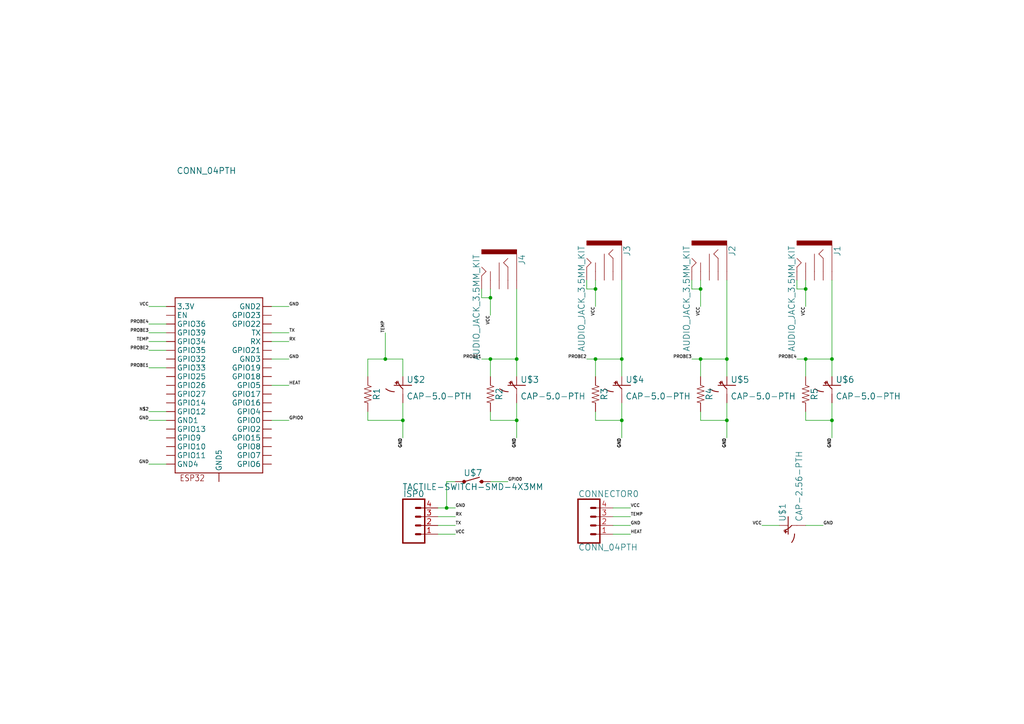
<source format=kicad_sch>
(kicad_sch (version 20250114) (generator "eeschema") (generator_version "9.0")
  (paper "A4")
  (lib_symbols
    (symbol "ControlModule-eagle-import:AUDIO_JACK_3.5MM_KIT"
      (property "Reference" "J" (at -5.08 5.588 0))
      (symbol "AUDIO_JACK_3.5MM_KIT_1_0"
        (rectangle (start -6.35 -5.08) (end -5.08 5.08) (fill (type outline)))
        (polyline (pts (xy -2.54 1.27) (xy -3.81 2.54)) (stroke (width 0.1524)))
        (polyline (pts (xy -2.54 0) (xy 2.54 0)) (stroke (width 0.1524)))
        (polyline (pts (xy -1.27 2.54) (xy -2.54 1.27)) (stroke (width 0.1524)))
        (polyline (pts (xy -1.27 -5.08) (xy 0 -3.81)) (stroke (width 0.1524)))
        (polyline (pts (xy 0 -2.54) (xy 2.54 -2.54)) (stroke (width 0.1524)))
        (polyline (pts (xy 0 -3.81) (xy 1.27 -5.08)) (stroke (width 0.1524)))
        (polyline (pts (xy 1.27 -5.08) (xy 2.54 -5.08)) (stroke (width 0.1524)))
        (polyline (pts (xy 2.54 5.08) (xy -5.08 5.08)) (stroke (width 0.1524)))
        (polyline (pts (xy 2.54 2.54) (xy -1.27 2.54)) (stroke (width 0.1524)))
        (pin bidirectional line (at 5.08 5.08 180) (length 2.54) (name "SLEEVE") (number "SLEEVE"))
        (pin bidirectional line (at 5.08 2.54 180) (length 2.54) (name "RING") (number "RING"))
        (pin bidirectional line (at 5.08 0 180) (length 2.54) (name "RSH") (number "RSH"))
        (pin bidirectional line (at 5.08 -2.54 180) (length 2.54) (name "TSH") (number "TSH"))
        (pin bidirectional line (at 5.08 -5.08 180) (length 2.54) (name "TIP") (number "TIP"))
      )
    )
    (symbol "ControlModule-eagle-import:CAP-2.56-PTH"
      (symbol "CAP-2.56-PTH_1_0"
        (polyline (pts (xy -2.54 0) (xy 2.54 0)) (stroke (width 0.254)))
        (arc (start -2.4669 -1.8504) (mid -3.7689 -1.6361) (end -4.9337 -1.0159) (stroke (width 0.254)))
        (rectangle (start -2.253 0.668) (end -1.364 0.795) (fill (type outline)))
        (rectangle (start -1.872 0.287) (end -1.745 1.176) (fill (type outline)))
        (polyline (pts (xy 0 -1.016) (xy 0 -2.54)) (stroke (width 0.1524)))
        (arc (start 0 -1) (mid -0.9038 -0.0189) (end -1.4403 1.2025) (stroke (width 0.254)))
        (pin passive line (at 0 2.54 270) (length 2.54) (name "+") (number "1"))
        (pin passive line (at 0 -5.08 90) (length 2.54) (name "-") (number "2"))
      )
    )
    (symbol "ControlModule-eagle-import:CAP-5.0-PTH"
      (symbol "CAP-5.0-PTH_1_0"
        (polyline (pts (xy -2.54 0) (xy 2.54 0)) (stroke (width 0.254)))
        (arc (start -2.4669 -1.8504) (mid -3.7689 -1.6361) (end -4.9337 -1.0159) (stroke (width 0.254)))
        (rectangle (start -2.253 0.668) (end -1.364 0.795) (fill (type outline)))
        (rectangle (start -1.872 0.287) (end -1.745 1.176) (fill (type outline)))
        (polyline (pts (xy 0 -1.016) (xy 0 -2.54)) (stroke (width 0.1524)))
        (arc (start 0 -1) (mid -0.9038 -0.0189) (end -1.4403 1.2025) (stroke (width 0.254)))
        (pin passive line (at 0 2.54 270) (length 2.54) (name "+") (number "1"))
        (pin passive line (at 0 -5.08 90) (length 2.54) (name "-") (number "2"))
      )
    )
    (symbol "ControlModule-eagle-import:CONN_04PTH"
      (property "Reference" "J" (at -5.08 8.128 0))
      (symbol "CONN_04PTH_1_0"
        (polyline (pts (xy -5.08 7.62) (xy -5.08 -5.08)) (stroke (width 0.4064)))
        (polyline (pts (xy -5.08 7.62) (xy 1.27 7.62)) (stroke (width 0.4064)))
        (polyline (pts (xy -1.27 5.08) (xy 0 5.08)) (stroke (width 0.6096)))
        (polyline (pts (xy -1.27 2.54) (xy 0 2.54)) (stroke (width 0.6096)))
        (polyline (pts (xy -1.27 0) (xy 0 0)) (stroke (width 0.6096)))
        (polyline (pts (xy -1.27 -2.54) (xy 0 -2.54)) (stroke (width 0.6096)))
        (polyline (pts (xy 1.27 -5.08) (xy -5.08 -5.08)) (stroke (width 0.4064)))
        (polyline (pts (xy 1.27 -5.08) (xy 1.27 7.62)) (stroke (width 0.4064)))
        (pin passive line (at 5.08 5.08 180) (length 5.08) (name "4") (number "4"))
        (pin passive line (at 5.08 2.54 180) (length 5.08) (name "3") (number "3"))
        (pin passive line (at 5.08 0 180) (length 5.08) (name "2") (number "2"))
        (pin passive line (at 5.08 -2.54 180) (length 5.08) (name "1") (number "1"))
      )
    )
    (symbol "ControlModule-eagle-import:ESP32-WROOM"
      (symbol "ESP32-WROOM_1_0"
        (polyline (pts (xy 2.54 50.8) (xy 27.94 50.8)) (stroke (width 0.254)))
        (polyline (pts (xy 2.54 0) (xy 2.54 50.8)) (stroke (width 0.254)))
        (polyline (pts (xy 27.94 50.8) (xy 27.94 0)) (stroke (width 0.254)))
        (polyline (pts (xy 27.94 0) (xy 2.54 0)) (stroke (width 0.254)))
        (text "ESP32" (at 3.81 -2.54 0) (effects (font (size 1.778 1.5113)) (justify left bottom)))
        (pin bidirectional line (at 0 48.26 0) (length 2.54) (name "3.3V") (number "3V3"))
        (pin bidirectional line (at 0 45.72 0) (length 2.54) (name "EN") (number "EN"))
        (pin bidirectional line (at 0 43.18 0) (length 2.54) (name "GPIO36") (number "SENSOR_VP"))
        (pin bidirectional line (at 0 40.64 0) (length 2.54) (name "GPIO39") (number "SENSOR_VN"))
        (pin bidirectional line (at 0 38.1 0) (length 2.54) (name "GPIO34") (number "IO34"))
        (pin bidirectional line (at 0 35.56 0) (length 2.54) (name "GPIO35") (number "IO35"))
        (pin bidirectional line (at 0 33.02 0) (length 2.54) (name "GPIO32") (number "IO32"))
        (pin bidirectional line (at 0 30.48 0) (length 2.54) (name "GPIO33") (number "IO33"))
        (pin bidirectional line (at 0 27.94 0) (length 2.54) (name "GPIO25") (number "IO25"))
        (pin bidirectional line (at 0 25.4 0) (length 2.54) (name "GPIO26") (number "IO26"))
        (pin bidirectional line (at 0 22.86 0) (length 2.54) (name "GPIO27") (number "IO27"))
        (pin bidirectional line (at 0 20.32 0) (length 2.54) (name "GPIO14") (number "IO14"))
        (pin bidirectional line (at 0 17.78 0) (length 2.54) (name "GPIO12") (number "IO12"))
        (pin bidirectional line (at 0 15.24 0) (length 2.54) (name "GND1") (number "GND1"))
        (pin bidirectional line (at 0 12.7 0) (length 2.54) (name "GPIO13") (number "IO13"))
        (pin bidirectional line (at 0 10.16 0) (length 2.54) (name "GPIO9") (number "SD2"))
        (pin bidirectional line (at 0 7.62 0) (length 2.54) (name "GPIO10") (number "SD3"))
        (pin bidirectional line (at 0 5.08 0) (length 2.54) (name "GPIO11") (number "CMD"))
        (pin bidirectional line (at 0 2.54 0) (length 2.54) (name "GND4") (number "GND4"))
        (pin bidirectional line (at 15.24 -2.54 90) (length 2.54) (name "GND5") (number "GND5"))
        (pin bidirectional line (at 30.48 48.26 180) (length 2.54) (name "GND2") (number "GND2"))
        (pin bidirectional line (at 30.48 45.72 180) (length 2.54) (name "GPIO23") (number "IO23"))
        (pin bidirectional line (at 30.48 43.18 180) (length 2.54) (name "GPIO22") (number "IO22"))
        (pin bidirectional line (at 30.48 40.64 180) (length 2.54) (name "TX") (number "TX"))
        (pin bidirectional line (at 30.48 38.1 180) (length 2.54) (name "RX") (number "RX"))
        (pin bidirectional line (at 30.48 35.56 180) (length 2.54) (name "GPIO21") (number "IO21"))
        (pin bidirectional line (at 30.48 33.02 180) (length 2.54) (name "GND3") (number "GND3"))
        (pin bidirectional line (at 30.48 30.48 180) (length 2.54) (name "GPIO19") (number "IO19"))
        (pin bidirectional line (at 30.48 27.94 180) (length 2.54) (name "GPIO18") (number "IO18"))
        (pin bidirectional line (at 30.48 25.4 180) (length 2.54) (name "GPIO5") (number "IO5"))
        (pin bidirectional line (at 30.48 22.86 180) (length 2.54) (name "GPIO17") (number "IO17"))
        (pin bidirectional line (at 30.48 20.32 180) (length 2.54) (name "GPIO16") (number "IO16"))
        (pin bidirectional line (at 30.48 17.78 180) (length 2.54) (name "GPIO4") (number "IO4"))
        (pin bidirectional line (at 30.48 15.24 180) (length 2.54) (name "GPIO0") (number "IO0"))
        (pin bidirectional line (at 30.48 12.7 180) (length 2.54) (name "GPIO2") (number "IO2"))
        (pin bidirectional line (at 30.48 10.16 180) (length 2.54) (name "GPIO15") (number "IO15"))
        (pin bidirectional line (at 30.48 7.62 180) (length 2.54) (name "GPIO8") (number "SD1"))
        (pin bidirectional line (at 30.48 5.08 180) (length 2.54) (name "GPIO7") (number "SD0"))
        (pin bidirectional line (at 30.48 2.54 180) (length 2.54) (name "GPIO6") (number "CLK"))
      )
    )
    (symbol "ControlModule-eagle-import:RESISTOR0805"
      (property "Reference" "R" (at 0 1.524 0))
      (symbol "RESISTOR0805_1_0"
        (polyline (pts (xy -2.54 0) (xy -2.159 1.016)) (stroke (width 0.1524)))
        (polyline (pts (xy -2.159 1.016) (xy -1.524 -1.016)) (stroke (width 0.1524)))
        (polyline (pts (xy -1.524 -1.016) (xy -0.889 1.016)) (stroke (width 0.1524)))
        (polyline (pts (xy -0.889 1.016) (xy -0.254 -1.016)) (stroke (width 0.1524)))
        (polyline (pts (xy -0.254 -1.016) (xy 0.381 1.016)) (stroke (width 0.1524)))
        (polyline (pts (xy 0.381 1.016) (xy 1.016 -1.016)) (stroke (width 0.1524)))
        (polyline (pts (xy 1.016 -1.016) (xy 1.651 1.016)) (stroke (width 0.1524)))
        (polyline (pts (xy 1.651 1.016) (xy 2.286 -1.016)) (stroke (width 0.1524)))
        (polyline (pts (xy 2.286 -1.016) (xy 2.54 0)) (stroke (width 0.1524)))
        (pin passive line (at -5.08 0 0) (length 2.54) (name "1") (number "1"))
        (pin passive line (at 5.08 0 180) (length 2.54) (name "2") (number "2"))
      )
    )
    (symbol "ControlModule-eagle-import:TACTILE-SWITCH-SMD-4X3MM"
      (symbol "TACTILE-SWITCH-SMD-4X3MM_1_0"
        (circle (center -2.54 0) (radius 0.127) (stroke (width 0.4064)))
        (polyline (pts (xy -2.54 0) (xy 1.905 1.27)) (stroke (width 0.254)))
        (polyline (pts (xy 1.905 0) (xy 2.54 0)) (stroke (width 0.254)))
        (circle (center 2.54 0) (radius 0.127) (stroke (width 0.4064)))
        (pin passive line (at -5.08 0 0) (length 2.54) (name "1") (number "1"))
        (pin passive line (at 5.08 0 180) (length 2.54) (name "2") (number "2"))
      )
    )
  )
  (junction (at 210.82 121.92))
  (junction (at 116.84 121.92))
  (junction (at 142.24 86.36))
  (junction (at 129.54 147.32))
  (junction (at 210.82 104.14))
  (junction (at 149.86 104.14))
  (junction (at 241.3 121.92))
  (junction (at 233.68 104.14))
  (junction (at 203.2 104.14))
  (junction (at 172.72 104.14))
  (junction (at 111.76 104.14))
  (junction (at 142.24 104.14))
  (junction (at 180.34 104.14))
  (junction (at 203.2 83.82))
  (junction (at 172.72 83.82))
  (junction (at 233.68 83.82))
  (junction (at 241.3 104.14))
  (junction (at 149.86 121.92))
  (junction (at 180.34 121.92))
  (wire (pts (xy 233.68 121.92) (xy 241.3 121.92)) (stroke (width 0.1524)))
  (wire (pts (xy 142.24 139.7) (xy 147.32 139.7)) (stroke (width 0.1524)))
  (wire (pts (xy 78.74 111.76) (xy 83.82 111.76)) (stroke (width 0.1524)))
  (wire (pts (xy 139.7 86.36) (xy 142.24 86.36)) (stroke (width 0.1524)))
  (wire (pts (xy 149.86 83.82) (xy 149.86 104.14)) (stroke (width 0.1524)))
  (wire (pts (xy 180.34 121.92) (xy 180.34 127)) (stroke (width 0.1524)))
  (wire (pts (xy 170.18 83.82) (xy 172.72 83.82)) (stroke (width 0.1524)))
  (wire (pts (xy 241.3 104.14) (xy 233.68 104.14)) (stroke (width 0.1524)))
  (wire (pts (xy 177.8 149.86) (xy 182.88 149.86)) (stroke (width 0.1524)))
  (wire (pts (xy 203.2 104.14) (xy 200.66 104.14)) (stroke (width 0.1524)))
  (wire (pts (xy 78.74 104.14) (xy 83.82 104.14)) (stroke (width 0.1524)))
  (wire (pts (xy 233.68 81.28) (xy 233.68 83.82)) (stroke (width 0.1524)))
  (wire (pts (xy 129.54 147.32) (xy 132.08 147.32)) (stroke (width 0.1524)))
  (wire (pts (xy 127 149.86) (xy 132.08 149.86)) (stroke (width 0.1524)))
  (wire (pts (xy 172.72 121.92) (xy 180.34 121.92)) (stroke (width 0.1524)))
  (wire (pts (xy 78.74 88.9) (xy 83.82 88.9)) (stroke (width 0.1524)))
  (wire (pts (xy 132.08 139.7) (xy 129.54 139.7)) (stroke (width 0.1524)))
  (wire (pts (xy 172.72 81.28) (xy 172.72 83.82)) (stroke (width 0.1524)))
  (wire (pts (xy 116.84 116.84) (xy 116.84 121.92)) (stroke (width 0.1524)))
  (wire (pts (xy 200.66 81.28) (xy 200.66 83.82)) (stroke (width 0.1524)))
  (wire (pts (xy 177.8 147.32) (xy 182.88 147.32)) (stroke (width 0.1524)))
  (wire (pts (xy 48.26 93.98) (xy 43.18 93.98)) (stroke (width 0.1524)))
  (wire (pts (xy 149.86 104.14) (xy 142.24 104.14)) (stroke (width 0.1524)))
  (wire (pts (xy 233.68 152.4) (xy 238.76 152.4)) (stroke (width 0.1524)))
  (wire (pts (xy 203.2 109.22) (xy 203.2 104.14)) (stroke (width 0.1524)))
  (wire (pts (xy 142.24 121.92) (xy 149.86 121.92)) (stroke (width 0.1524)))
  (wire (pts (xy 203.2 83.82) (xy 203.2 88.9)) (stroke (width 0.1524)))
  (wire (pts (xy 203.2 119.38) (xy 203.2 121.92)) (stroke (width 0.1524)))
  (wire (pts (xy 48.26 134.62) (xy 43.18 134.62)) (stroke (width 0.1524)))
  (wire (pts (xy 48.26 121.92) (xy 43.18 121.92)) (stroke (width 0.1524)))
  (wire (pts (xy 48.26 106.68) (xy 43.18 106.68)) (stroke (width 0.1524)))
  (wire (pts (xy 116.84 109.22) (xy 116.84 104.14)) (stroke (width 0.1524)))
  (wire (pts (xy 203.2 81.28) (xy 203.2 83.82)) (stroke (width 0.1524)))
  (wire (pts (xy 200.66 83.82) (xy 203.2 83.82)) (stroke (width 0.1524)))
  (wire (pts (xy 231.14 83.82) (xy 233.68 83.82)) (stroke (width 0.1524)))
  (wire (pts (xy 106.68 121.92) (xy 116.84 121.92)) (stroke (width 0.1524)))
  (wire (pts (xy 233.68 104.14) (xy 231.14 104.14)) (stroke (width 0.1524)))
  (wire (pts (xy 127 147.32) (xy 129.54 147.32)) (stroke (width 0.1524)))
  (wire (pts (xy 210.82 104.14) (xy 203.2 104.14)) (stroke (width 0.1524)))
  (wire (pts (xy 149.86 116.84) (xy 149.86 121.92)) (stroke (width 0.1524)))
  (wire (pts (xy 180.34 116.84) (xy 180.34 121.92)) (stroke (width 0.1524)))
  (wire (pts (xy 180.34 109.22) (xy 180.34 104.14)) (stroke (width 0.1524)))
  (wire (pts (xy 226.06 152.4) (xy 220.98 152.4)) (stroke (width 0.1524)))
  (wire (pts (xy 241.3 81.28) (xy 241.3 104.14)) (stroke (width 0.1524)))
  (wire (pts (xy 116.84 121.92) (xy 116.84 127)) (stroke (width 0.1524)))
  (wire (pts (xy 233.68 83.82) (xy 233.68 88.9)) (stroke (width 0.1524)))
  (wire (pts (xy 142.24 83.82) (xy 142.24 86.36)) (stroke (width 0.1524)))
  (wire (pts (xy 142.24 104.14) (xy 139.7 104.14)) (stroke (width 0.1524)))
  (wire (pts (xy 48.26 99.06) (xy 43.18 99.06)) (stroke (width 0.1524)))
  (wire (pts (xy 142.24 109.22) (xy 142.24 104.14)) (stroke (width 0.1524)))
  (wire (pts (xy 142.24 119.38) (xy 142.24 121.92)) (stroke (width 0.1524)))
  (wire (pts (xy 116.84 104.14) (xy 111.76 104.14)) (stroke (width 0.1524)))
  (wire (pts (xy 180.34 81.28) (xy 180.34 104.14)) (stroke (width 0.1524)))
  (wire (pts (xy 241.3 121.92) (xy 241.3 127)) (stroke (width 0.1524)))
  (wire (pts (xy 48.26 119.38) (xy 43.18 119.38)) (stroke (width 0.1524)))
  (wire (pts (xy 129.54 139.7) (xy 129.54 147.32)) (stroke (width 0.1524)))
  (wire (pts (xy 48.26 96.52) (xy 43.18 96.52)) (stroke (width 0.1524)))
  (wire (pts (xy 106.68 109.22) (xy 106.68 104.14)) (stroke (width 0.1524)))
  (wire (pts (xy 172.72 83.82) (xy 172.72 88.9)) (stroke (width 0.1524)))
  (wire (pts (xy 106.68 119.38) (xy 106.68 121.92)) (stroke (width 0.1524)))
  (wire (pts (xy 241.3 109.22) (xy 241.3 104.14)) (stroke (width 0.1524)))
  (wire (pts (xy 210.82 109.22) (xy 210.82 104.14)) (stroke (width 0.1524)))
  (wire (pts (xy 170.18 81.28) (xy 170.18 83.82)) (stroke (width 0.1524)))
  (wire (pts (xy 210.82 81.28) (xy 210.82 104.14)) (stroke (width 0.1524)))
  (wire (pts (xy 111.76 104.14) (xy 111.76 96.52)) (stroke (width 0.1524)))
  (wire (pts (xy 231.14 81.28) (xy 231.14 83.82)) (stroke (width 0.1524)))
  (wire (pts (xy 210.82 116.84) (xy 210.82 121.92)) (stroke (width 0.1524)))
  (wire (pts (xy 172.72 119.38) (xy 172.72 121.92)) (stroke (width 0.1524)))
  (wire (pts (xy 48.26 101.6) (xy 43.18 101.6)) (stroke (width 0.1524)))
  (wire (pts (xy 106.68 104.14) (xy 111.76 104.14)) (stroke (width 0.1524)))
  (wire (pts (xy 172.72 104.14) (xy 170.18 104.14)) (stroke (width 0.1524)))
  (wire (pts (xy 177.8 154.94) (xy 182.88 154.94)) (stroke (width 0.1524)))
  (wire (pts (xy 210.82 121.92) (xy 210.82 127)) (stroke (width 0.1524)))
  (wire (pts (xy 149.86 109.22) (xy 149.86 104.14)) (stroke (width 0.1524)))
  (wire (pts (xy 233.68 119.38) (xy 233.68 121.92)) (stroke (width 0.1524)))
  (wire (pts (xy 241.3 116.84) (xy 241.3 121.92)) (stroke (width 0.1524)))
  (wire (pts (xy 149.86 121.92) (xy 149.86 127)) (stroke (width 0.1524)))
  (wire (pts (xy 48.26 88.9) (xy 43.18 88.9)) (stroke (width 0.1524)))
  (wire (pts (xy 233.68 109.22) (xy 233.68 104.14)) (stroke (width 0.1524)))
  (wire (pts (xy 127 154.94) (xy 132.08 154.94)) (stroke (width 0.1524)))
  (wire (pts (xy 142.24 86.36) (xy 142.24 91.44)) (stroke (width 0.1524)))
  (wire (pts (xy 203.2 121.92) (xy 210.82 121.92)) (stroke (width 0.1524)))
  (wire (pts (xy 177.8 152.4) (xy 182.88 152.4)) (stroke (width 0.1524)))
  (wire (pts (xy 127 152.4) (xy 132.08 152.4)) (stroke (width 0.1524)))
  (wire (pts (xy 180.34 104.14) (xy 172.72 104.14)) (stroke (width 0.1524)))
  (wire (pts (xy 78.74 121.92) (xy 83.82 121.92)) (stroke (width 0.1524)))
  (wire (pts (xy 78.74 96.52) (xy 83.82 96.52)) (stroke (width 0.1524)))
  (wire (pts (xy 172.72 109.22) (xy 172.72 104.14)) (stroke (width 0.1524)))
  (wire (pts (xy 139.7 83.82) (xy 139.7 86.36)) (stroke (width 0.1524)))
  (wire (pts (xy 78.74 99.06) (xy 83.82 99.06)) (stroke (width 0.1524)))
  (label "GPIO0" (at 147.32 139.7 0) (effects (font (size 0.889 0.889))))
  (label "GND" (at 116.84 127 270) (effects (font (size 0.889 0.889))))
  (label "VCC" (at 182.88 147.32 0) (effects (font (size 0.889 0.889))))
  (label "VCC" (at 233.68 88.9 270) (effects (font (size 0.889 0.889))))
  (label "GND" (at 149.86 127 270) (effects (font (size 0.889 0.889))))
  (label "VCC" (at 220.98 152.4 180) (effects (font (size 0.889 0.889))))
  (label "GPIO0" (at 83.82 121.92 0) (effects (font (size 0.889 0.889))))
  (label "HEAT" (at 182.88 154.94 0) (effects (font (size 0.889 0.889))))
  (label "PROBE2" (at 43.18 101.6 180) (effects (font (size 0.889 0.889))))
  (label "PROBE2" (at 170.18 104.14 180) (effects (font (size 0.889 0.889))))
  (label "GND" (at 43.18 121.92 180) (effects (font (size 0.889 0.889))))
  (label "N$2" (at 43.18 119.38 180) (effects (font (size 0.889 0.889))))
  (label "GND" (at 241.3 127 270) (effects (font (size 0.889 0.889))))
  (label "GND" (at 116.84 127 270) (effects (font (size 0.889 0.889))))
  (label "TEMP" (at 43.18 99.06 180) (effects (font (size 0.889 0.889))))
  (label "PROBE3" (at 43.18 96.52 180) (effects (font (size 0.889 0.889))))
  (label "PROBE4" (at 43.18 93.98 180) (effects (font (size 0.889 0.889))))
  (label "RX" (at 132.08 149.86 0) (effects (font (size 0.889 0.889))))
  (label "VCC" (at 132.08 154.94 0) (effects (font (size 0.889 0.889))))
  (label "PROBE1" (at 43.18 106.68 180) (effects (font (size 0.889 0.889))))
  (label "GND" (at 210.82 127 270) (effects (font (size 0.889 0.889))))
  (label "GND" (at 241.3 127 270) (effects (font (size 0.889 0.889))))
  (label "GND" (at 182.88 152.4 0) (effects (font (size 0.889 0.889))))
  (label "TX" (at 132.08 152.4 0) (effects (font (size 0.889 0.889))))
  (label "PROBE4" (at 231.14 104.14 180) (effects (font (size 0.889 0.889))))
  (label "GND" (at 83.82 88.9 0) (effects (font (size 0.889 0.889))))
  (label "RX" (at 83.82 99.06 0) (effects (font (size 0.889 0.889))))
  (label "VCC" (at 43.18 88.9 180) (effects (font (size 0.889 0.889))))
  (label "PROBE3" (at 200.66 104.14 180) (effects (font (size 0.889 0.889))))
  (label "GND" (at 238.76 152.4 0) (effects (font (size 0.889 0.889))))
  (label "GND" (at 210.82 127 270) (effects (font (size 0.889 0.889))))
  (label "VCC" (at 172.72 88.9 270) (effects (font (size 0.889 0.889))))
  (label "GND" (at 83.82 104.14 0) (effects (font (size 0.889 0.889))))
  (label "VCC" (at 203.2 88.9 270) (effects (font (size 0.889 0.889))))
  (label "GND" (at 132.08 147.32 0) (effects (font (size 0.889 0.889))))
  (label "GND" (at 180.34 127 270) (effects (font (size 0.889 0.889))))
  (label "TEMP" (at 111.76 96.52 90) (effects (font (size 0.889 0.889))))
  (label "VCC" (at 142.24 91.44 270) (effects (font (size 0.889 0.889))))
  (label "HEAT" (at 83.82 111.76 0) (effects (font (size 0.889 0.889))))
  (label "TEMP" (at 182.88 149.86 0) (effects (font (size 0.889 0.889))))
  (label "GND" (at 43.18 134.62 180) (effects (font (size 0.889 0.889))))
  (label "GND" (at 180.34 127 270) (effects (font (size 0.889 0.889))))
  (label "TX" (at 83.82 96.52 0) (effects (font (size 0.889 0.889))))
  (label "PROBE1" (at 139.7 104.14 180) (effects (font (size 0.889 0.889))))
  (label "GND" (at 149.86 127 270) (effects (font (size 0.889 0.889))))
  (symbol (lib_id "ControlModule-eagle-import:RESISTOR0805") (at 106.68 114.3 270) (unit 1)
    (property "Reference" "R1" (at 108.204 114.3 0) (effects (font (size 1.778 1.778)) (justify bottom)))
    (property "Footprint" "ControlModule:0805" (effects (hide yes)))
  )
  (symbol (lib_id "ControlModule-eagle-import:CAP-5.0-PTH") (at 210.82 111.76 0) (unit 1)
    (property "Reference" "U$5" (at 211.836 111.125 0) (effects (font (size 1.778 1.778)) (justify left bottom)))
    (property "Value" "CAP-5.0-PTH" (at 211.836 115.951 0) (effects (font (size 1.778 1.778)) (justify left bottom)))
    (property "Footprint" "ControlModule:CAP-PTH-5MM" (effects (hide yes)))
  )
  (symbol (lib_id "ControlModule-eagle-import:CONN_04PTH") (at 172.72 152.4 0) (unit 1)
    (property "Reference" "CONNECTOR0" (at 167.64 144.272 0) (effects (font (size 1.778 1.778)) (justify left bottom)))
    (property "Value" "CONN_04PTH" (at 167.64 159.766 0) (effects (font (size 1.778 1.778)) (justify left bottom)))
    (property "Footprint" "ControlModule:1X04" (effects (hide yes)))
  )
  (symbol (lib_id "ControlModule-eagle-import:AUDIO_JACK_3.5MM_KIT") (at 144.78 78.74 270) (unit 1)
    (property "Reference" "J4" (at 150.368 73.66 0) (effects (font (size 1.778 1.778)) (justify left bottom)))
    (property "Value" "AUDIO_JACK_3.5MM_KIT" (at 137.16 73.66 0) (effects (font (size 1.778 1.778)) (justify left bottom)))
    (property "Footprint" "ControlModule:AUDIO-JACK-KIT" (effects (hide yes)))
  )
  (symbol (lib_id "ControlModule-eagle-import:RESISTOR0805") (at 203.2 114.3 270) (unit 1)
    (property "Reference" "R4" (at 204.724 114.3 0) (effects (font (size 1.778 1.778)) (justify bottom)))
    (property "Footprint" "ControlModule:0805" (effects (hide yes)))
  )
  (symbol (lib_id "ControlModule-eagle-import:AUDIO_JACK_3.5MM_KIT") (at 236.22 76.2 270) (unit 1)
    (property "Reference" "J1" (at 241.808 71.12 0) (effects (font (size 1.778 1.778)) (justify left bottom)))
    (property "Value" "AUDIO_JACK_3.5MM_KIT" (at 228.6 71.12 0) (effects (font (size 1.778 1.778)) (justify left bottom)))
    (property "Footprint" "ControlModule:AUDIO-JACK-KIT" (effects (hide yes)))
  )
  (symbol (lib_id "ControlModule-eagle-import:RESISTOR0805") (at 142.24 114.3 270) (unit 1)
    (property "Reference" "R2" (at 143.764 114.3 0) (effects (font (size 1.778 1.778)) (justify bottom)))
    (property "Footprint" "ControlModule:0805" (effects (hide yes)))
  )
  (symbol (lib_id "ControlModule-eagle-import:RESISTOR0805") (at 172.72 114.3 270) (unit 1)
    (property "Reference" "R3" (at 174.244 114.3 0) (effects (font (size 1.778 1.778)) (justify bottom)))
    (property "Footprint" "ControlModule:0805" (effects (hide yes)))
  )
  (symbol (lib_id "ControlModule-eagle-import:RESISTOR0805") (at 233.68 114.3 270) (unit 1)
    (property "Reference" "R5" (at 235.204 114.3 0) (effects (font (size 1.778 1.778)) (justify bottom)))
    (property "Footprint" "ControlModule:0805" (effects (hide yes)))
  )
  (symbol (lib_id "ControlModule-eagle-import:CAP-5.0-PTH") (at 241.3 111.76 0) (unit 1)
    (property "Reference" "U$6" (at 242.316 111.125 0) (effects (font (size 1.778 1.778)) (justify left bottom)))
    (property "Value" "CAP-5.0-PTH" (at 242.316 115.951 0) (effects (font (size 1.778 1.778)) (justify left bottom)))
    (property "Footprint" "ControlModule:CAP-PTH-5MM" (effects (hide yes)))
  )
  (symbol (lib_id "ControlModule-eagle-import:ESP32-WROOM") (at 48.26 137.16 0) (unit 1)
    (property "Reference" "U$8" (effects (hide yes)))
    (property "Value" "ESP32-WROOM" (effects (hide yes)))
    (property "Footprint" "ControlModule:ESP32-WROOM" (effects (hide yes)))
  )
  (symbol (lib_id "ControlModule-eagle-import:CONN_04PTH") (at 121.92 152.4 0) (unit 1)
    (property "Reference" "ISP0" (at 116.84 144.272 0) (effects (font (size 1.778 1.778)) (justify left bottom)))
    (property "Value" "CONN_04PTH" (at 68.58 48.514 0) (effects (font (size 1.778 1.778)) (justify right top)))
    (property "Footprint" "ControlModule:1X04" (effects (hide yes)))
  )
  (symbol (lib_id "ControlModule-eagle-import:AUDIO_JACK_3.5MM_KIT") (at 175.26 76.2 270) (unit 1)
    (property "Reference" "J3" (at 180.848 71.12 0) (effects (font (size 1.778 1.778)) (justify left bottom)))
    (property "Value" "AUDIO_JACK_3.5MM_KIT" (at 167.64 71.12 0) (effects (font (size 1.778 1.778)) (justify left bottom)))
    (property "Footprint" "ControlModule:AUDIO-JACK-KIT" (effects (hide yes)))
  )
  (symbol (lib_id "ControlModule-eagle-import:CAP-2.56-PTH") (at 228.6 152.4 90) (unit 1)
    (property "Reference" "U$1" (at 227.965 151.384 0) (effects (font (size 1.778 1.778)) (justify left bottom)))
    (property "Value" "CAP-2.56-PTH" (at 232.791 151.384 0) (effects (font (size 1.778 1.778)) (justify left bottom)))
    (property "Footprint" "ControlModule:CAP-PTH-2.5MM-5MM" (effects (hide yes)))
  )
  (symbol (lib_id "ControlModule-eagle-import:CAP-5.0-PTH") (at 116.84 111.76 0) (unit 1)
    (property "Reference" "U$2" (at 117.856 111.125 0) (effects (font (size 1.778 1.778)) (justify left bottom)))
    (property "Value" "CAP-5.0-PTH" (at 117.856 115.951 0) (effects (font (size 1.778 1.778)) (justify left bottom)))
    (property "Footprint" "ControlModule:CAP-PTH-5MM" (effects (hide yes)))
  )
  (symbol (lib_id "ControlModule-eagle-import:TACTILE-SWITCH-SMD-4X3MM") (at 137.16 139.7 0) (unit 1)
    (property "Reference" "U$7" (at 137.16 138.176 0) (effects (font (size 1.778 1.778)) (justify bottom)))
    (property "Value" "TACTILE-SWITCH-SMD-4X3MM" (at 137.16 140.208 0) (effects (font (size 1.778 1.778)) (justify top)))
    (property "Footprint" "ControlModule:TACTILE_SWITCH_SMD_4X3MM" (effects (hide yes)))
  )
  (symbol (lib_id "ControlModule-eagle-import:CAP-5.0-PTH") (at 180.34 111.76 0) (unit 1)
    (property "Reference" "U$4" (at 181.356 111.125 0) (effects (font (size 1.778 1.778)) (justify left bottom)))
    (property "Value" "CAP-5.0-PTH" (at 181.356 115.951 0) (effects (font (size 1.778 1.778)) (justify left bottom)))
    (property "Footprint" "ControlModule:CAP-PTH-5MM" (effects (hide yes)))
  )
  (symbol (lib_id "ControlModule-eagle-import:AUDIO_JACK_3.5MM_KIT") (at 205.74 76.2 270) (unit 1)
    (property "Reference" "J2" (at 211.328 71.12 0) (effects (font (size 1.778 1.778)) (justify left bottom)))
    (property "Value" "AUDIO_JACK_3.5MM_KIT" (at 198.12 71.12 0) (effects (font (size 1.778 1.778)) (justify left bottom)))
    (property "Footprint" "ControlModule:AUDIO-JACK-KIT" (effects (hide yes)))
  )
  (symbol (lib_id "ControlModule-eagle-import:CAP-5.0-PTH") (at 149.86 111.76 0) (unit 1)
    (property "Reference" "U$3" (at 150.876 111.125 0) (effects (font (size 1.778 1.778)) (justify left bottom)))
    (property "Value" "CAP-5.0-PTH" (at 150.876 115.951 0) (effects (font (size 1.778 1.778)) (justify left bottom)))
    (property "Footprint" "ControlModule:CAP-PTH-5MM" (effects (hide yes)))
  )
)
</source>
